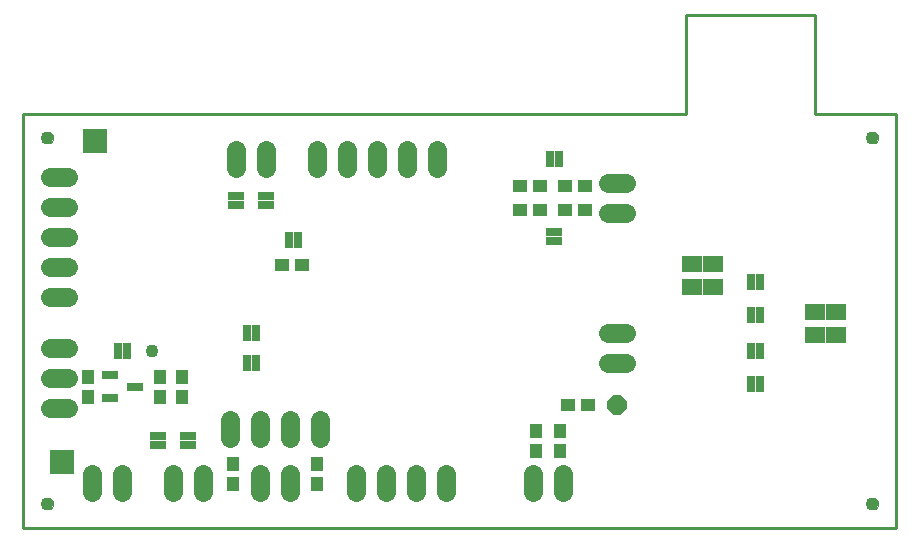
<source format=gbs>
G75*
%MOIN*%
%OFA0B0*%
%FSLAX25Y25*%
%IPPOS*%
%LPD*%
%AMOC8*
5,1,8,0,0,1.08239X$1,22.5*
%
%ADD10C,0.01000*%
%ADD11C,0.00000*%
%ADD12C,0.04337*%
%ADD13R,0.05321X0.02762*%
%ADD14R,0.02900X0.05400*%
%ADD15R,0.04337X0.04731*%
%ADD16R,0.04731X0.04337*%
%ADD17C,0.06400*%
%ADD18R,0.05400X0.02900*%
%ADD19OC8,0.06400*%
%ADD20R,0.08274X0.08274*%
%ADD21R,0.06699X0.05518*%
D10*
X0011500Y0010780D02*
X0011500Y0148780D01*
X0232500Y0148780D01*
X0232500Y0181780D01*
X0275500Y0181780D01*
X0275500Y0148780D01*
X0302500Y0148780D01*
X0302500Y0010780D01*
X0011500Y0010780D01*
D11*
X0017531Y0018780D02*
X0017533Y0018868D01*
X0017539Y0018956D01*
X0017549Y0019044D01*
X0017563Y0019132D01*
X0017580Y0019218D01*
X0017602Y0019304D01*
X0017627Y0019388D01*
X0017657Y0019472D01*
X0017689Y0019554D01*
X0017726Y0019634D01*
X0017766Y0019713D01*
X0017810Y0019790D01*
X0017857Y0019865D01*
X0017907Y0019937D01*
X0017961Y0020008D01*
X0018017Y0020075D01*
X0018077Y0020141D01*
X0018139Y0020203D01*
X0018205Y0020263D01*
X0018272Y0020319D01*
X0018343Y0020373D01*
X0018415Y0020423D01*
X0018490Y0020470D01*
X0018567Y0020514D01*
X0018646Y0020554D01*
X0018726Y0020591D01*
X0018808Y0020623D01*
X0018892Y0020653D01*
X0018976Y0020678D01*
X0019062Y0020700D01*
X0019148Y0020717D01*
X0019236Y0020731D01*
X0019324Y0020741D01*
X0019412Y0020747D01*
X0019500Y0020749D01*
X0019588Y0020747D01*
X0019676Y0020741D01*
X0019764Y0020731D01*
X0019852Y0020717D01*
X0019938Y0020700D01*
X0020024Y0020678D01*
X0020108Y0020653D01*
X0020192Y0020623D01*
X0020274Y0020591D01*
X0020354Y0020554D01*
X0020433Y0020514D01*
X0020510Y0020470D01*
X0020585Y0020423D01*
X0020657Y0020373D01*
X0020728Y0020319D01*
X0020795Y0020263D01*
X0020861Y0020203D01*
X0020923Y0020141D01*
X0020983Y0020075D01*
X0021039Y0020008D01*
X0021093Y0019937D01*
X0021143Y0019865D01*
X0021190Y0019790D01*
X0021234Y0019713D01*
X0021274Y0019634D01*
X0021311Y0019554D01*
X0021343Y0019472D01*
X0021373Y0019388D01*
X0021398Y0019304D01*
X0021420Y0019218D01*
X0021437Y0019132D01*
X0021451Y0019044D01*
X0021461Y0018956D01*
X0021467Y0018868D01*
X0021469Y0018780D01*
X0021467Y0018692D01*
X0021461Y0018604D01*
X0021451Y0018516D01*
X0021437Y0018428D01*
X0021420Y0018342D01*
X0021398Y0018256D01*
X0021373Y0018172D01*
X0021343Y0018088D01*
X0021311Y0018006D01*
X0021274Y0017926D01*
X0021234Y0017847D01*
X0021190Y0017770D01*
X0021143Y0017695D01*
X0021093Y0017623D01*
X0021039Y0017552D01*
X0020983Y0017485D01*
X0020923Y0017419D01*
X0020861Y0017357D01*
X0020795Y0017297D01*
X0020728Y0017241D01*
X0020657Y0017187D01*
X0020585Y0017137D01*
X0020510Y0017090D01*
X0020433Y0017046D01*
X0020354Y0017006D01*
X0020274Y0016969D01*
X0020192Y0016937D01*
X0020108Y0016907D01*
X0020024Y0016882D01*
X0019938Y0016860D01*
X0019852Y0016843D01*
X0019764Y0016829D01*
X0019676Y0016819D01*
X0019588Y0016813D01*
X0019500Y0016811D01*
X0019412Y0016813D01*
X0019324Y0016819D01*
X0019236Y0016829D01*
X0019148Y0016843D01*
X0019062Y0016860D01*
X0018976Y0016882D01*
X0018892Y0016907D01*
X0018808Y0016937D01*
X0018726Y0016969D01*
X0018646Y0017006D01*
X0018567Y0017046D01*
X0018490Y0017090D01*
X0018415Y0017137D01*
X0018343Y0017187D01*
X0018272Y0017241D01*
X0018205Y0017297D01*
X0018139Y0017357D01*
X0018077Y0017419D01*
X0018017Y0017485D01*
X0017961Y0017552D01*
X0017907Y0017623D01*
X0017857Y0017695D01*
X0017810Y0017770D01*
X0017766Y0017847D01*
X0017726Y0017926D01*
X0017689Y0018006D01*
X0017657Y0018088D01*
X0017627Y0018172D01*
X0017602Y0018256D01*
X0017580Y0018342D01*
X0017563Y0018428D01*
X0017549Y0018516D01*
X0017539Y0018604D01*
X0017533Y0018692D01*
X0017531Y0018780D01*
X0017531Y0140780D02*
X0017533Y0140868D01*
X0017539Y0140956D01*
X0017549Y0141044D01*
X0017563Y0141132D01*
X0017580Y0141218D01*
X0017602Y0141304D01*
X0017627Y0141388D01*
X0017657Y0141472D01*
X0017689Y0141554D01*
X0017726Y0141634D01*
X0017766Y0141713D01*
X0017810Y0141790D01*
X0017857Y0141865D01*
X0017907Y0141937D01*
X0017961Y0142008D01*
X0018017Y0142075D01*
X0018077Y0142141D01*
X0018139Y0142203D01*
X0018205Y0142263D01*
X0018272Y0142319D01*
X0018343Y0142373D01*
X0018415Y0142423D01*
X0018490Y0142470D01*
X0018567Y0142514D01*
X0018646Y0142554D01*
X0018726Y0142591D01*
X0018808Y0142623D01*
X0018892Y0142653D01*
X0018976Y0142678D01*
X0019062Y0142700D01*
X0019148Y0142717D01*
X0019236Y0142731D01*
X0019324Y0142741D01*
X0019412Y0142747D01*
X0019500Y0142749D01*
X0019588Y0142747D01*
X0019676Y0142741D01*
X0019764Y0142731D01*
X0019852Y0142717D01*
X0019938Y0142700D01*
X0020024Y0142678D01*
X0020108Y0142653D01*
X0020192Y0142623D01*
X0020274Y0142591D01*
X0020354Y0142554D01*
X0020433Y0142514D01*
X0020510Y0142470D01*
X0020585Y0142423D01*
X0020657Y0142373D01*
X0020728Y0142319D01*
X0020795Y0142263D01*
X0020861Y0142203D01*
X0020923Y0142141D01*
X0020983Y0142075D01*
X0021039Y0142008D01*
X0021093Y0141937D01*
X0021143Y0141865D01*
X0021190Y0141790D01*
X0021234Y0141713D01*
X0021274Y0141634D01*
X0021311Y0141554D01*
X0021343Y0141472D01*
X0021373Y0141388D01*
X0021398Y0141304D01*
X0021420Y0141218D01*
X0021437Y0141132D01*
X0021451Y0141044D01*
X0021461Y0140956D01*
X0021467Y0140868D01*
X0021469Y0140780D01*
X0021467Y0140692D01*
X0021461Y0140604D01*
X0021451Y0140516D01*
X0021437Y0140428D01*
X0021420Y0140342D01*
X0021398Y0140256D01*
X0021373Y0140172D01*
X0021343Y0140088D01*
X0021311Y0140006D01*
X0021274Y0139926D01*
X0021234Y0139847D01*
X0021190Y0139770D01*
X0021143Y0139695D01*
X0021093Y0139623D01*
X0021039Y0139552D01*
X0020983Y0139485D01*
X0020923Y0139419D01*
X0020861Y0139357D01*
X0020795Y0139297D01*
X0020728Y0139241D01*
X0020657Y0139187D01*
X0020585Y0139137D01*
X0020510Y0139090D01*
X0020433Y0139046D01*
X0020354Y0139006D01*
X0020274Y0138969D01*
X0020192Y0138937D01*
X0020108Y0138907D01*
X0020024Y0138882D01*
X0019938Y0138860D01*
X0019852Y0138843D01*
X0019764Y0138829D01*
X0019676Y0138819D01*
X0019588Y0138813D01*
X0019500Y0138811D01*
X0019412Y0138813D01*
X0019324Y0138819D01*
X0019236Y0138829D01*
X0019148Y0138843D01*
X0019062Y0138860D01*
X0018976Y0138882D01*
X0018892Y0138907D01*
X0018808Y0138937D01*
X0018726Y0138969D01*
X0018646Y0139006D01*
X0018567Y0139046D01*
X0018490Y0139090D01*
X0018415Y0139137D01*
X0018343Y0139187D01*
X0018272Y0139241D01*
X0018205Y0139297D01*
X0018139Y0139357D01*
X0018077Y0139419D01*
X0018017Y0139485D01*
X0017961Y0139552D01*
X0017907Y0139623D01*
X0017857Y0139695D01*
X0017810Y0139770D01*
X0017766Y0139847D01*
X0017726Y0139926D01*
X0017689Y0140006D01*
X0017657Y0140088D01*
X0017627Y0140172D01*
X0017602Y0140256D01*
X0017580Y0140342D01*
X0017563Y0140428D01*
X0017549Y0140516D01*
X0017539Y0140604D01*
X0017533Y0140692D01*
X0017531Y0140780D01*
X0292531Y0140780D02*
X0292533Y0140868D01*
X0292539Y0140956D01*
X0292549Y0141044D01*
X0292563Y0141132D01*
X0292580Y0141218D01*
X0292602Y0141304D01*
X0292627Y0141388D01*
X0292657Y0141472D01*
X0292689Y0141554D01*
X0292726Y0141634D01*
X0292766Y0141713D01*
X0292810Y0141790D01*
X0292857Y0141865D01*
X0292907Y0141937D01*
X0292961Y0142008D01*
X0293017Y0142075D01*
X0293077Y0142141D01*
X0293139Y0142203D01*
X0293205Y0142263D01*
X0293272Y0142319D01*
X0293343Y0142373D01*
X0293415Y0142423D01*
X0293490Y0142470D01*
X0293567Y0142514D01*
X0293646Y0142554D01*
X0293726Y0142591D01*
X0293808Y0142623D01*
X0293892Y0142653D01*
X0293976Y0142678D01*
X0294062Y0142700D01*
X0294148Y0142717D01*
X0294236Y0142731D01*
X0294324Y0142741D01*
X0294412Y0142747D01*
X0294500Y0142749D01*
X0294588Y0142747D01*
X0294676Y0142741D01*
X0294764Y0142731D01*
X0294852Y0142717D01*
X0294938Y0142700D01*
X0295024Y0142678D01*
X0295108Y0142653D01*
X0295192Y0142623D01*
X0295274Y0142591D01*
X0295354Y0142554D01*
X0295433Y0142514D01*
X0295510Y0142470D01*
X0295585Y0142423D01*
X0295657Y0142373D01*
X0295728Y0142319D01*
X0295795Y0142263D01*
X0295861Y0142203D01*
X0295923Y0142141D01*
X0295983Y0142075D01*
X0296039Y0142008D01*
X0296093Y0141937D01*
X0296143Y0141865D01*
X0296190Y0141790D01*
X0296234Y0141713D01*
X0296274Y0141634D01*
X0296311Y0141554D01*
X0296343Y0141472D01*
X0296373Y0141388D01*
X0296398Y0141304D01*
X0296420Y0141218D01*
X0296437Y0141132D01*
X0296451Y0141044D01*
X0296461Y0140956D01*
X0296467Y0140868D01*
X0296469Y0140780D01*
X0296467Y0140692D01*
X0296461Y0140604D01*
X0296451Y0140516D01*
X0296437Y0140428D01*
X0296420Y0140342D01*
X0296398Y0140256D01*
X0296373Y0140172D01*
X0296343Y0140088D01*
X0296311Y0140006D01*
X0296274Y0139926D01*
X0296234Y0139847D01*
X0296190Y0139770D01*
X0296143Y0139695D01*
X0296093Y0139623D01*
X0296039Y0139552D01*
X0295983Y0139485D01*
X0295923Y0139419D01*
X0295861Y0139357D01*
X0295795Y0139297D01*
X0295728Y0139241D01*
X0295657Y0139187D01*
X0295585Y0139137D01*
X0295510Y0139090D01*
X0295433Y0139046D01*
X0295354Y0139006D01*
X0295274Y0138969D01*
X0295192Y0138937D01*
X0295108Y0138907D01*
X0295024Y0138882D01*
X0294938Y0138860D01*
X0294852Y0138843D01*
X0294764Y0138829D01*
X0294676Y0138819D01*
X0294588Y0138813D01*
X0294500Y0138811D01*
X0294412Y0138813D01*
X0294324Y0138819D01*
X0294236Y0138829D01*
X0294148Y0138843D01*
X0294062Y0138860D01*
X0293976Y0138882D01*
X0293892Y0138907D01*
X0293808Y0138937D01*
X0293726Y0138969D01*
X0293646Y0139006D01*
X0293567Y0139046D01*
X0293490Y0139090D01*
X0293415Y0139137D01*
X0293343Y0139187D01*
X0293272Y0139241D01*
X0293205Y0139297D01*
X0293139Y0139357D01*
X0293077Y0139419D01*
X0293017Y0139485D01*
X0292961Y0139552D01*
X0292907Y0139623D01*
X0292857Y0139695D01*
X0292810Y0139770D01*
X0292766Y0139847D01*
X0292726Y0139926D01*
X0292689Y0140006D01*
X0292657Y0140088D01*
X0292627Y0140172D01*
X0292602Y0140256D01*
X0292580Y0140342D01*
X0292563Y0140428D01*
X0292549Y0140516D01*
X0292539Y0140604D01*
X0292533Y0140692D01*
X0292531Y0140780D01*
X0292531Y0018780D02*
X0292533Y0018868D01*
X0292539Y0018956D01*
X0292549Y0019044D01*
X0292563Y0019132D01*
X0292580Y0019218D01*
X0292602Y0019304D01*
X0292627Y0019388D01*
X0292657Y0019472D01*
X0292689Y0019554D01*
X0292726Y0019634D01*
X0292766Y0019713D01*
X0292810Y0019790D01*
X0292857Y0019865D01*
X0292907Y0019937D01*
X0292961Y0020008D01*
X0293017Y0020075D01*
X0293077Y0020141D01*
X0293139Y0020203D01*
X0293205Y0020263D01*
X0293272Y0020319D01*
X0293343Y0020373D01*
X0293415Y0020423D01*
X0293490Y0020470D01*
X0293567Y0020514D01*
X0293646Y0020554D01*
X0293726Y0020591D01*
X0293808Y0020623D01*
X0293892Y0020653D01*
X0293976Y0020678D01*
X0294062Y0020700D01*
X0294148Y0020717D01*
X0294236Y0020731D01*
X0294324Y0020741D01*
X0294412Y0020747D01*
X0294500Y0020749D01*
X0294588Y0020747D01*
X0294676Y0020741D01*
X0294764Y0020731D01*
X0294852Y0020717D01*
X0294938Y0020700D01*
X0295024Y0020678D01*
X0295108Y0020653D01*
X0295192Y0020623D01*
X0295274Y0020591D01*
X0295354Y0020554D01*
X0295433Y0020514D01*
X0295510Y0020470D01*
X0295585Y0020423D01*
X0295657Y0020373D01*
X0295728Y0020319D01*
X0295795Y0020263D01*
X0295861Y0020203D01*
X0295923Y0020141D01*
X0295983Y0020075D01*
X0296039Y0020008D01*
X0296093Y0019937D01*
X0296143Y0019865D01*
X0296190Y0019790D01*
X0296234Y0019713D01*
X0296274Y0019634D01*
X0296311Y0019554D01*
X0296343Y0019472D01*
X0296373Y0019388D01*
X0296398Y0019304D01*
X0296420Y0019218D01*
X0296437Y0019132D01*
X0296451Y0019044D01*
X0296461Y0018956D01*
X0296467Y0018868D01*
X0296469Y0018780D01*
X0296467Y0018692D01*
X0296461Y0018604D01*
X0296451Y0018516D01*
X0296437Y0018428D01*
X0296420Y0018342D01*
X0296398Y0018256D01*
X0296373Y0018172D01*
X0296343Y0018088D01*
X0296311Y0018006D01*
X0296274Y0017926D01*
X0296234Y0017847D01*
X0296190Y0017770D01*
X0296143Y0017695D01*
X0296093Y0017623D01*
X0296039Y0017552D01*
X0295983Y0017485D01*
X0295923Y0017419D01*
X0295861Y0017357D01*
X0295795Y0017297D01*
X0295728Y0017241D01*
X0295657Y0017187D01*
X0295585Y0017137D01*
X0295510Y0017090D01*
X0295433Y0017046D01*
X0295354Y0017006D01*
X0295274Y0016969D01*
X0295192Y0016937D01*
X0295108Y0016907D01*
X0295024Y0016882D01*
X0294938Y0016860D01*
X0294852Y0016843D01*
X0294764Y0016829D01*
X0294676Y0016819D01*
X0294588Y0016813D01*
X0294500Y0016811D01*
X0294412Y0016813D01*
X0294324Y0016819D01*
X0294236Y0016829D01*
X0294148Y0016843D01*
X0294062Y0016860D01*
X0293976Y0016882D01*
X0293892Y0016907D01*
X0293808Y0016937D01*
X0293726Y0016969D01*
X0293646Y0017006D01*
X0293567Y0017046D01*
X0293490Y0017090D01*
X0293415Y0017137D01*
X0293343Y0017187D01*
X0293272Y0017241D01*
X0293205Y0017297D01*
X0293139Y0017357D01*
X0293077Y0017419D01*
X0293017Y0017485D01*
X0292961Y0017552D01*
X0292907Y0017623D01*
X0292857Y0017695D01*
X0292810Y0017770D01*
X0292766Y0017847D01*
X0292726Y0017926D01*
X0292689Y0018006D01*
X0292657Y0018088D01*
X0292627Y0018172D01*
X0292602Y0018256D01*
X0292580Y0018342D01*
X0292563Y0018428D01*
X0292549Y0018516D01*
X0292539Y0018604D01*
X0292533Y0018692D01*
X0292531Y0018780D01*
D12*
X0294500Y0018780D03*
X0294500Y0140780D03*
X0054500Y0069780D03*
X0019500Y0018780D03*
X0019500Y0140780D03*
D13*
X0040366Y0061520D03*
X0048634Y0057780D03*
X0040366Y0054040D03*
D14*
X0042900Y0069780D03*
X0046100Y0069780D03*
X0085900Y0065780D03*
X0089100Y0065780D03*
X0089100Y0075780D03*
X0085900Y0075780D03*
X0099900Y0106780D03*
X0103100Y0106780D03*
X0186900Y0133780D03*
X0190100Y0133780D03*
X0253900Y0092780D03*
X0257100Y0092780D03*
X0257100Y0081780D03*
X0253900Y0081780D03*
X0253900Y0069780D03*
X0257100Y0069780D03*
X0257100Y0058780D03*
X0253900Y0058780D03*
D15*
X0190500Y0043126D03*
X0182500Y0043126D03*
X0182500Y0036433D03*
X0190500Y0036433D03*
X0109500Y0032126D03*
X0109500Y0025433D03*
X0081500Y0025433D03*
X0081500Y0032126D03*
X0064500Y0054433D03*
X0057000Y0054433D03*
X0057000Y0061126D03*
X0064500Y0061126D03*
X0033000Y0061126D03*
X0033000Y0054433D03*
D16*
X0097654Y0098280D03*
X0104346Y0098280D03*
X0177154Y0116780D03*
X0183846Y0116780D03*
X0192154Y0116780D03*
X0198846Y0116780D03*
X0198846Y0124780D03*
X0192154Y0124780D03*
X0183846Y0124780D03*
X0177154Y0124780D03*
X0193154Y0051780D03*
X0199846Y0051780D03*
D17*
X0206500Y0065780D02*
X0212500Y0065780D01*
X0212500Y0075780D02*
X0206500Y0075780D01*
X0206500Y0115780D02*
X0212500Y0115780D01*
X0212500Y0125780D02*
X0206500Y0125780D01*
X0149500Y0130780D02*
X0149500Y0136780D01*
X0139500Y0136780D02*
X0139500Y0130780D01*
X0129500Y0130780D02*
X0129500Y0136780D01*
X0119500Y0136780D02*
X0119500Y0130780D01*
X0109500Y0130780D02*
X0109500Y0136780D01*
X0092500Y0136780D02*
X0092500Y0130780D01*
X0082500Y0130780D02*
X0082500Y0136780D01*
X0026500Y0127780D02*
X0020500Y0127780D01*
X0020500Y0117780D02*
X0026500Y0117780D01*
X0026500Y0107780D02*
X0020500Y0107780D01*
X0020500Y0097780D02*
X0026500Y0097780D01*
X0026500Y0087780D02*
X0020500Y0087780D01*
X0020500Y0070780D02*
X0026500Y0070780D01*
X0026500Y0060780D02*
X0020500Y0060780D01*
X0020500Y0050780D02*
X0026500Y0050780D01*
X0034500Y0028780D02*
X0034500Y0022780D01*
X0044500Y0022780D02*
X0044500Y0028780D01*
X0061500Y0028780D02*
X0061500Y0022780D01*
X0071500Y0022780D02*
X0071500Y0028780D01*
X0080500Y0040780D02*
X0080500Y0046780D01*
X0090500Y0046780D02*
X0090500Y0040780D01*
X0100500Y0040780D02*
X0100500Y0046780D01*
X0110500Y0046780D02*
X0110500Y0040780D01*
X0100500Y0028780D02*
X0100500Y0022780D01*
X0090500Y0022780D02*
X0090500Y0028780D01*
X0122500Y0028780D02*
X0122500Y0022780D01*
X0132500Y0022780D02*
X0132500Y0028780D01*
X0142500Y0028780D02*
X0142500Y0022780D01*
X0152500Y0022780D02*
X0152500Y0028780D01*
X0181500Y0028780D02*
X0181500Y0022780D01*
X0191500Y0022780D02*
X0191500Y0028780D01*
D18*
X0066500Y0038180D03*
X0066500Y0041380D03*
X0056500Y0041380D03*
X0056500Y0038180D03*
X0188500Y0106180D03*
X0188500Y0109380D03*
X0092500Y0118180D03*
X0092500Y0121380D03*
X0082500Y0121380D03*
X0082500Y0118180D03*
D19*
X0209500Y0051780D03*
D20*
X0035500Y0139780D03*
X0024500Y0032780D03*
D21*
X0234500Y0090843D03*
X0241500Y0090843D03*
X0241500Y0098717D03*
X0234500Y0098717D03*
X0275500Y0082717D03*
X0282500Y0082717D03*
X0282500Y0074843D03*
X0275500Y0074843D03*
M02*

</source>
